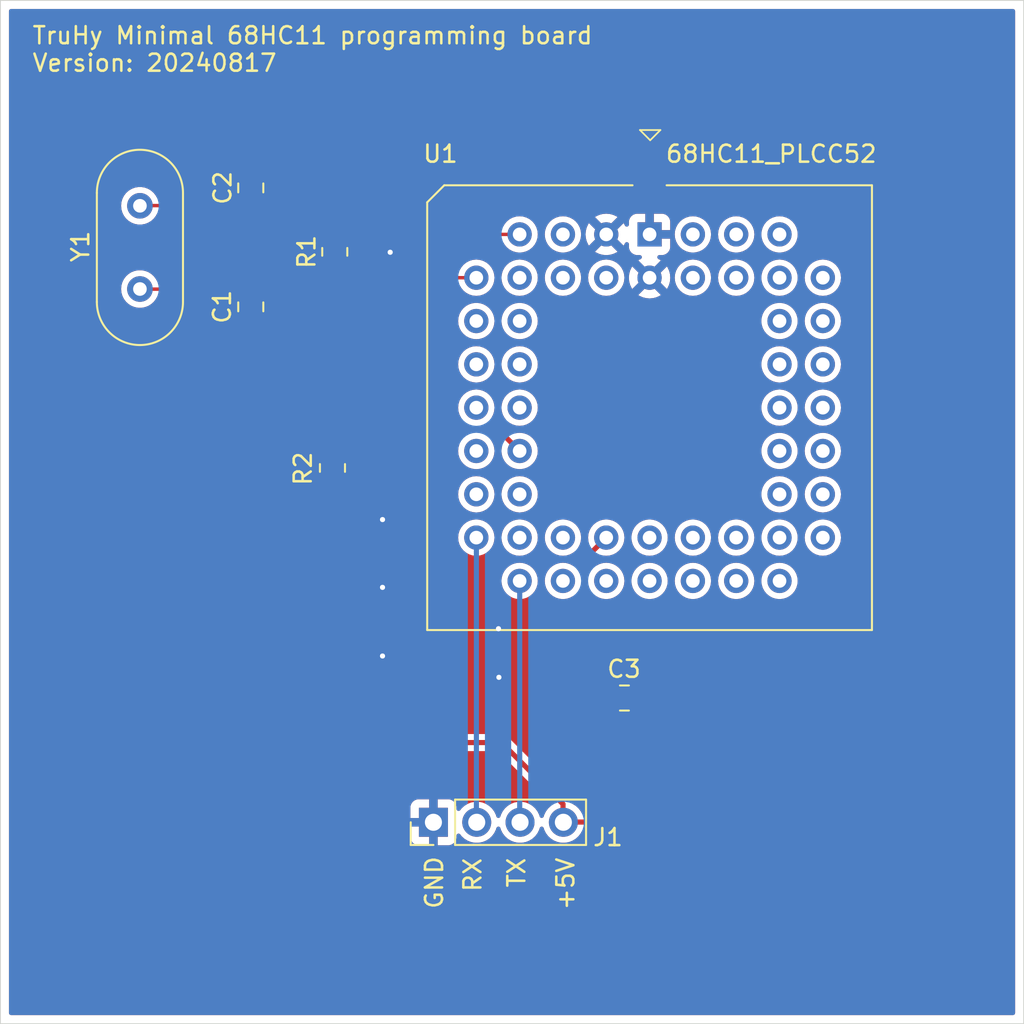
<source format=kicad_pcb>
(kicad_pcb (version 20240108) (generator "pcbnew") (generator_version "8.0")
  (layers (0 "F.Cu" signal) (31 "B.Cu" signal) (34 "B.Paste" user) (35 "F.Paste" user) (36 "B.SilkS" user "B.Silkscreen") (37 "F.SilkS" user "F.Silkscreen") (38 "B.Mask" user) (39 "F.Mask" user) (44 "Edge.Cuts" user))
  (net 0 "")
  (net 1 "Net-(U1-XTAL)")
  (net 2 "GND")
  (net 3 "Net-(U1-EXTAL)")
  (net 4 "+5V")
  (net 5 "Net-(U1-RESET)")
  (net 26 "RX")
  (net 38 "TX")
  (footprint "Package_LCC:PLCC-52_THT-Socket" (layer "F.Cu") (at 38.065 13.72)
    (property "Reference" "U1" (at -12.265 -4.72 0) (layer "F.SilkS"))
    (property "Value" "68HC11_PLCC52" (at 7.135 -4.72 0) (layer "F.SilkS"))
    (fp_line (start -13.04 -1.88) (end -13.04 23.2) (stroke (width 0.12)) (layer "F.SilkS"))
    (fp_line (start -13.04 23.2) (end 13.04 23.2) (stroke (width 0.12)) (layer "F.SilkS"))
    (fp_line (start -12.04 -2.88) (end -13.04 -1.88) (stroke (width 0.12)) (layer "F.SilkS"))
    (fp_line (start -1 -2.88) (end -12.04 -2.88) (stroke (width 0.12)) (layer "F.SilkS"))
    (fp_line (start 13.04 -2.88) (end 1 -2.88) (stroke (width 0.12)) (layer "F.SilkS"))
    (fp_line (start 13.04 23.2) (end 13.04 -2.88) (stroke (width 0.12)) (layer "F.SilkS"))
    (pad "1" thru_hole rect (at 0 0) (size 1.4224 1.4224) (drill 0.8) (layers "*.Cu" "*.Mask") (net 2 "GND"))
    (pad "2" thru_hole circle (at 0 2.54) (size 1.4224 1.4224) (drill 0.8) (layers "*.Cu" "*.Mask") (net 2 "GND"))
    (pad "3" thru_hole circle (at -2.54 0) (size 1.4224 1.4224) (drill 0.8) (layers "*.Cu" "*.Mask") (net 2 "GND"))
    (pad "4" thru_hole circle (at -2.54 2.54) (size 1.4224 1.4224) (drill 0.8) (layers "*.Cu" "*.Mask"))
    (pad "5" thru_hole circle (at -5.08 0) (size 1.4224 1.4224) (drill 0.8) (layers "*.Cu" "*.Mask"))
    (pad "6" thru_hole circle (at -5.08 2.54) (size 1.4224 1.4224) (drill 0.8) (layers "*.Cu" "*.Mask"))
    (pad "7" thru_hole circle (at -7.62 0) (size 1.4224 1.4224) (drill 0.8) (layers "*.Cu" "*.Mask") (net 3 "Net-(U1-EXTAL)"))
    (pad "8" thru_hole circle (at -10.16 2.54) (size 1.4224 1.4224) (drill 0.8) (layers "*.Cu" "*.Mask") (net 1 "Net-(U1-XTAL)"))
    (pad "9" thru_hole circle (at -7.62 2.54) (size 1.4224 1.4224) (drill 0.8) (layers "*.Cu" "*.Mask"))
    (pad "10" thru_hole circle (at -10.16 5.08) (size 1.4224 1.4224) (drill 0.8) (layers "*.Cu" "*.Mask"))
    (pad "11" thru_hole circle (at -7.62 5.08) (size 1.4224 1.4224) (drill 0.8) (layers "*.Cu" "*.Mask"))
    (pad "12" thru_hole circle (at -10.16 7.62) (size 1.4224 1.4224) (drill 0.8) (layers "*.Cu" "*.Mask"))
    (pad "13" thru_hole circle (at -7.62 7.62) (size 1.4224 1.4224) (drill 0.8) (layers "*.Cu" "*.Mask"))
    (pad "14" thru_hole circle (at -10.16 10.16) (size 1.4224 1.4224) (drill 0.8) (layers "*.Cu" "*.Mask"))
    (pad "15" thru_hole circle (at -7.62 10.16) (size 1.4224 1.4224) (drill 0.8) (layers "*.Cu" "*.Mask"))
    (pad "16" thru_hole circle (at -10.16 12.7) (size 1.4224 1.4224) (drill 0.8) (layers "*.Cu" "*.Mask"))
    (pad "17" thru_hole circle (at -7.62 12.7) (size 1.4224 1.4224) (drill 0.8) (layers "*.Cu" "*.Mask") (net 5 "Net-(U1-RESET)"))
    (pad "18" thru_hole circle (at -10.16 15.24) (size 1.4224 1.4224) (drill 0.8) (layers "*.Cu" "*.Mask"))
    (pad "19" thru_hole circle (at -7.62 15.24) (size 1.4224 1.4224) (drill 0.8) (layers "*.Cu" "*.Mask"))
    (pad "20" thru_hole circle (at -10.16 17.78) (size 1.4224 1.4224) (drill 0.8) (layers "*.Cu" "*.Mask") (net 26 "RX"))
    (pad "21" thru_hole circle (at -7.62 20.32) (size 1.4224 1.4224) (drill 0.8) (layers "*.Cu" "*.Mask") (net 38 "TX"))
    (pad "22" thru_hole circle (at -7.62 17.78) (size 1.4224 1.4224) (drill 0.8) (layers "*.Cu" "*.Mask"))
    (pad "23" thru_hole circle (at -5.08 20.32) (size 1.4224 1.4224) (drill 0.8) (layers "*.Cu" "*.Mask"))
    (pad "24" thru_hole circle (at -5.08 17.78) (size 1.4224 1.4224) (drill 0.8) (layers "*.Cu" "*.Mask"))
    (pad "25" thru_hole circle (at -2.54 20.32) (size 1.4224 1.4224) (drill 0.8) (layers "*.Cu" "*.Mask"))
    (pad "26" thru_hole circle (at -2.54 17.78) (size 1.4224 1.4224) (drill 0.8) (layers "*.Cu" "*.Mask") (net 4 "+5V"))
    (pad "27" thru_hole circle (at 0 20.32) (size 1.4224 1.4224) (drill 0.8) (layers "*.Cu" "*.Mask"))
    (pad "28" thru_hole circle (at 0 17.78) (size 1.4224 1.4224) (drill 0.8) (layers "*.Cu" "*.Mask"))
    (pad "29" thru_hole circle (at 2.54 20.32) (size 1.4224 1.4224) (drill 0.8) (layers "*.Cu" "*.Mask"))
    (pad "30" thru_hole circle (at 2.54 17.78) (size 1.4224 1.4224) (drill 0.8) (layers "*.Cu" "*.Mask"))
    (pad "31" thru_hole circle (at 5.08 20.32) (size 1.4224 1.4224) (drill 0.8) (layers "*.Cu" "*.Mask"))
    (pad "32" thru_hole circle (at 5.08 17.78) (size 1.4224 1.4224) (drill 0.8) (layers "*.Cu" "*.Mask"))
    (pad "33" thru_hole circle (at 7.62 20.32) (size 1.4224 1.4224) (drill 0.8) (layers "*.Cu" "*.Mask"))
    (pad "34" thru_hole circle (at 10.16 17.78) (size 1.4224 1.4224) (drill 0.8) (layers "*.Cu" "*.Mask"))
    (pad "35" thru_hole circle (at 7.62 17.78) (size 1.4224 1.4224) (drill 0.8) (layers "*.Cu" "*.Mask"))
    (pad "36" thru_hole circle (at 10.16 15.24) (size 1.4224 1.4224) (drill 0.8) (layers "*.Cu" "*.Mask"))
    (pad "37" thru_hole circle (at 7.62 15.24) (size 1.4224 1.4224) (drill 0.8) (layers "*.Cu" "*.Mask"))
    (pad "38" thru_hole circle (at 10.16 12.7) (size 1.4224 1.4224) (drill 0.8) (layers "*.Cu" "*.Mask"))
    (pad "39" thru_hole circle (at 7.62 12.7) (size 1.4224 1.4224) (drill 0.8) (layers "*.Cu" "*.Mask"))
    (pad "40" thru_hole circle (at 10.16 10.16) (size 1.4224 1.4224) (drill 0.8) (layers "*.Cu" "*.Mask"))
    (pad "41" thru_hole circle (at 7.62 10.16) (size 1.4224 1.4224) (drill 0.8) (layers "*.Cu" "*.Mask"))
    (pad "42" thru_hole circle (at 10.16 7.62) (size 1.4224 1.4224) (drill 0.8) (layers "*.Cu" "*.Mask"))
    (pad "43" thru_hole circle (at 7.62 7.62) (size 1.4224 1.4224) (drill 0.8) (layers "*.Cu" "*.Mask"))
    (pad "44" thru_hole circle (at 10.16 5.08) (size 1.4224 1.4224) (drill 0.8) (layers "*.Cu" "*.Mask"))
    (pad "45" thru_hole circle (at 7.62 5.08) (size 1.4224 1.4224) (drill 0.8) (layers "*.Cu" "*.Mask"))
    (pad "46" thru_hole circle (at 10.16 2.54) (size 1.4224 1.4224) (drill 0.8) (layers "*.Cu" "*.Mask"))
    (pad "47" thru_hole circle (at 7.62 0) (size 1.4224 1.4224) (drill 0.8) (layers "*.Cu" "*.Mask"))
    (pad "48" thru_hole circle (at 7.62 2.54) (size 1.4224 1.4224) (drill 0.8) (layers "*.Cu" "*.Mask"))
    (pad "49" thru_hole circle (at 5.08 0) (size 1.4224 1.4224) (drill 0.8) (layers "*.Cu" "*.Mask"))
    (pad "50" thru_hole circle (at 5.08 2.54) (size 1.4224 1.4224) (drill 0.8) (layers "*.Cu" "*.Mask"))
    (pad "51" thru_hole circle (at 2.54 0) (size 1.4224 1.4224) (drill 0.8) (layers "*.Cu" "*.Mask"))
    (pad "52" thru_hole circle (at 2.54 2.54) (size 1.4224 1.4224) (drill 0.8) (layers "*.Cu" "*.Mask"))
  )
  (footprint "Capacitor_SMD:C_0805_2012Metric_Pad1.18x1.45mm_HandSolder" (layer "F.Cu") (at 36.59 40.905 180)
    (property "Reference" "C3" (at 0.025 1.7 0) (layer "F.SilkS"))
    (property "Value" "100nF")
    (fp_line (start -0.261252 0.735) (end 0.261252 0.735) (stroke (width 0.12)) (layer "F.SilkS"))
    (fp_line (start -0.261252 -0.735) (end 0.261252 -0.735) (stroke (width 0.12)) (layer "F.SilkS"))
    (pad "1" smd roundrect (at -1.0375 0 180) (size 1.175 1.45) (layers "F.Cu" "F.Paste" "F.Mask") (roundrect_rratio 0.212766) (net 2 "GND"))
    (pad "2" smd roundrect (at 1.0375 0 180) (size 1.175 1.45) (layers "F.Cu" "F.Paste" "F.Mask") (roundrect_rratio 0.212766) (net 4 "+5V"))
  )
  (footprint "Capacitor_SMD:C_0805_2012Metric_Pad1.18x1.45mm_HandSolder" (layer "F.Cu") (at 14.68 17.9675 90)
    (property "Reference" "C1" (at 0 -1.68 90) (layer "F.SilkS"))
    (property "Value" "22pF")
    (fp_line (start -0.261252 -0.735) (end 0.261252 -0.735) (stroke (width 0.12)) (layer "F.SilkS"))
    (fp_line (start -0.261252 0.735) (end 0.261252 0.735) (stroke (width 0.12)) (layer "F.SilkS"))
    (pad "1" smd roundrect (at -1.0375 0 90) (size 1.175 1.45) (layers "F.Cu" "F.Paste" "F.Mask") (roundrect_rratio 0.212766) (net 2 "GND"))
    (pad "2" smd roundrect (at 1.0375 0 90) (size 1.175 1.45) (layers "F.Cu" "F.Paste" "F.Mask") (roundrect_rratio 0.212766) (net 1 "Net-(U1-XTAL)"))
  )
  (footprint "Crystal:Crystal_HC49-4H_Vertical" (layer "F.Cu") (at 8.18 12.0425 -90)
    (property "Reference" "Y1" (at 2.385 3.4875 90) (layer "F.SilkS"))
    (property "Value" "8MHz")
    (fp_line (start -0.76 2.525) (end 5.64 2.525) (stroke (width 0.12)) (layer "F.SilkS"))
    (fp_line (start -0.76 -2.525) (end 5.64 -2.525) (stroke (width 0.12)) (layer "F.SilkS"))
    (fp_arc (start -0.76 2.525) (mid -3.285 0) (end -0.76 -2.525) (stroke (width 0.12)) (layer "F.SilkS"))
    (fp_arc (start 5.64 -2.525) (mid 8.165 0) (end 5.64 2.525) (stroke (width 0.12)) (layer "F.SilkS"))
    (pad "1" thru_hole circle (at 0 0 270) (size 1.5 1.5) (drill 0.8) (layers "*.Cu" "*.Mask") (net 3 "Net-(U1-EXTAL)"))
    (pad "2" thru_hole circle (at 4.88 0 270) (size 1.5 1.5) (drill 0.8) (layers "*.Cu" "*.Mask") (net 1 "Net-(U1-XTAL)"))
  )
  (footprint "Connector_PinHeader_2.54mm:PinHeader_1x04_P2.54mm_Vertical" (layer "F.Cu") (at 25.39 48.1925 90)
    (property "Reference" "J1" (at -0.8825 10.235 0) (layer "F.SilkS"))
    (property "Value" "Serial adapter")
    (fp_line (start -1.33 -1.33) (end 0 -1.33) (stroke (width 0.12)) (layer "F.SilkS"))
    (fp_line (start -1.33 0) (end -1.33 -1.33) (stroke (width 0.12)) (layer "F.SilkS"))
    (fp_line (start 1.33 1.27) (end 1.33 8.95) (stroke (width 0.12)) (layer "F.SilkS"))
    (fp_line (start -1.33 1.27) (end 1.33 1.27) (stroke (width 0.12)) (layer "F.SilkS"))
    (fp_line (start -1.33 1.27) (end -1.33 8.95) (stroke (width 0.12)) (layer "F.SilkS"))
    (fp_line (start -1.33 8.95) (end 1.33 8.95) (stroke (width 0.12)) (layer "F.SilkS"))
    (pad "1" thru_hole rect (at 0 0 90) (size 1.7 1.7) (drill 1) (layers "*.Cu" "*.Mask") (net 2 "GND"))
    (pad "2" thru_hole oval (at 0 2.54 90) (size 1.7 1.7) (drill 1) (layers "*.Cu" "*.Mask") (net 26 "RX"))
    (pad "3" thru_hole oval (at 0 5.08 90) (size 1.7 1.7) (drill 1) (layers "*.Cu" "*.Mask") (net 38 "TX"))
    (pad "4" thru_hole oval (at 0 7.62 90) (size 1.7 1.7) (drill 1) (layers "*.Cu" "*.Mask") (net 4 "+5V"))
  )
  (footprint "Resistor_SMD:R_0805_2012Metric_Pad1.20x1.40mm_HandSolder" (layer "F.Cu") (at 19.47 27.415 -90)
    (property "Reference" "R2" (at 0.04 1.73 90) (layer "F.SilkS"))
    (property "Value" "4.7K")
    (fp_line (start -0.227064 0.735) (end 0.227064 0.735) (stroke (width 0.12)) (layer "F.SilkS"))
    (fp_line (start -0.227064 -0.735) (end 0.227064 -0.735) (stroke (width 0.12)) (layer "F.SilkS"))
    (pad "1" smd roundrect (at -1 0 270) (size 1.2 1.4) (layers "F.Cu" "F.Paste" "F.Mask") (roundrect_rratio 0.208333) (net 5 "Net-(U1-RESET)"))
    (pad "2" smd roundrect (at 1 0 270) (size 1.2 1.4) (layers "F.Cu" "F.Paste" "F.Mask") (roundrect_rratio 0.208333) (net 4 "+5V"))
  )
  (footprint "Capacitor_SMD:C_0805_2012Metric_Pad1.18x1.45mm_HandSolder" (layer "F.Cu") (at 14.68 10.9925 -90)
    (property "Reference" "C2" (at 0 1.65 90) (layer "F.SilkS"))
    (property "Value" "22pF")
    (fp_line (start -0.261252 0.735) (end 0.261252 0.735) (stroke (width 0.12)) (layer "F.SilkS"))
    (fp_line (start -0.261252 -0.735) (end 0.261252 -0.735) (stroke (width 0.12)) (layer "F.SilkS"))
    (pad "1" smd roundrect (at -1.0375 0 270) (size 1.175 1.45) (layers "F.Cu" "F.Paste" "F.Mask") (roundrect_rratio 0.212766) (net 2 "GND"))
    (pad "2" smd roundrect (at 1.0375 0 270) (size 1.175 1.45) (layers "F.Cu" "F.Paste" "F.Mask") (roundrect_rratio 0.212766) (net 3 "Net-(U1-EXTAL)"))
  )
  (footprint "Resistor_SMD:R_0805_2012Metric_Pad1.20x1.40mm_HandSolder" (layer "F.Cu") (at 19.605 14.7425 90)
    (property "Reference" "R1" (at 0 -1.65 90) (layer "F.SilkS"))
    (property "Value" "10M")
    (fp_line (start -0.227064 -0.735) (end 0.227064 -0.735) (stroke (width 0.12)) (layer "F.SilkS"))
    (fp_line (start -0.227064 0.735) (end 0.227064 0.735) (stroke (width 0.12)) (layer "F.SilkS"))
    (pad "1" smd roundrect (at -1 0 90) (size 1.2 1.4) (layers "F.Cu" "F.Paste" "F.Mask") (roundrect_rratio 0.208333) (net 1 "Net-(U1-XTAL)"))
    (pad "2" smd roundrect (at 1 0 90) (size 1.2 1.4) (layers "F.Cu" "F.Paste" "F.Mask") (roundrect_rratio 0.208333) (net 3 "Net-(U1-EXTAL)"))
  )
  (gr_line (start 38.1 8.2) (end 37.5 7.6) (stroke (width 0.1)) (layer "F.SilkS"))
  (gr_line (start 37.5 7.6) (end 38.7 7.6) (stroke (width 0.1)) (layer "F.SilkS"))
  (gr_line (start 38.1 8.2) (end 38.7 7.6) (stroke (width 0.1)) (layer "F.SilkS"))
  (gr_rect (start 0 0) (end 60 60) (stroke (width 0.05)) (fill none) (layer "Edge.Cuts"))
  (gr_text "+5V" (at 33.725 53.425 90) (layer "F.SilkS") (effects (font (size 1 1)) (justify left bottom)))
  (gr_text "GND" (at 26.025 53.35 90) (layer "F.SilkS") (effects (font (size 1 1)) (justify left bottom)))
  (gr_text "TX" (at 30.85 52.1 90) (layer "F.SilkS") (effects (font (size 1 1)) (justify left bottom)))
  (gr_text "RX" (at 28.275 52.35 90) (layer "F.SilkS") (effects (font (size 1 1)) (justify left bottom)))
  (gr_text "TruHy Minimal 68HC11 programming board\nVersion: 20240817" (at 1.8 4.25 0) (layer "F.SilkS") (effects (font (size 1 1)) (justify left bottom)))
  (segment (start 19.605 15.7425) (end 15.8675 15.7425) (width 0.2) (layer "F.Cu") (net 1))
  (segment (start 25.08 15.7425) (end 19.605 15.7425) (width 0.2) (layer "F.Cu") (net 1))
  (segment (start 27.905 16.26) (end 25.5975 16.26) (width 0.2) (layer "F.Cu") (net 1))
  (segment (start 15.8675 15.7425) (end 14.68 16.93) (width 0.2) (layer "F.Cu") (net 1))
  (segment (start 25.5975 16.26) (end 25.08 15.7425) (width 0.2) (layer "F.Cu") (net 1))
  (segment (start 8.1875 16.93) (end 8.18 16.9225) (width 0.2) (layer "F.Cu") (net 1))
  (segment (start 14.68 16.93) (end 8.1875 16.93) (width 0.2) (layer "F.Cu") (net 1))
  (via (at 22.405 30.4425) (size 1.6) (drill 0.3) (layers "F.Cu" "B.Cu") (net 2))
  (via (at 29.23 39.6925) (size 1) (drill 0.3) (layers "F.Cu" "B.Cu") (net 2))
  (via (at 22.405 38.4425) (size 1.6) (drill 0.3) (layers "F.Cu" "B.Cu") (net 2))
  (via (at 29.205 36.8425) (size 1) (drill 0.3) (layers "F.Cu" "B.Cu") (net 2))
  (via (at 22.855 14.7675) (size 1) (drill 0.3) (layers "F.Cu" "B.Cu") (net 2))
  (via (at 22.405 34.4175) (size 1.6) (drill 0.3) (layers "F.Cu" "B.Cu") (net 2))
  (segment (start 19.605 13.7425) (end 16.3925 13.7425) (width 0.2) (layer "F.Cu") (net 3))
  (segment (start 19.6275 13.72) (end 19.605 13.7425) (width 0.2) (layer "F.Cu") (net 3))
  (segment (start 16.3925 13.7425) (end 14.68 12.03) (width 0.2) (layer "F.Cu") (net 3))
  (segment (start 8.1925 12.03) (end 8.18 12.0425) (width 0.2) (layer "F.Cu") (net 3))
  (segment (start 14.68 12.03) (end 8.1925 12.03) (width 0.2) (layer "F.Cu") (net 3))
  (segment (start 30.445 13.72) (end 19.6275 13.72) (width 0.2) (layer "F.Cu") (net 3))
  (segment (start 32.99 47.1275) (end 32.99 48.18) (width 0.3) (layer "F.Cu") (net 4))
  (segment (start 19.47 28.415) (end 19.47 39.7575) (width 0.3) (layer "F.Cu") (net 4))
  (segment (start 35.5525 47.2925) (end 35.5525 40.905) (width 0.3) (layer "F.Cu") (net 4))
  (segment (start 35.5525 40.905) (end 34.24 39.5925) (width 0.3) (layer "F.Cu") (net 4))
  (segment (start 34.24 32.785) (end 35.525 31.5) (width 0.3) (layer "F.Cu") (net 4))
  (segment (start 29.38 43.5175) (end 32.99 47.1275) (width 0.3) (layer "F.Cu") (net 4))
  (segment (start 19.47 39.7575) (end 23.23 43.5175) (width 0.3) (layer "F.Cu") (net 4))
  (segment (start 23.23 43.5175) (end 29.38 43.5175) (width 0.3) (layer "F.Cu") (net 4))
  (segment (start 32.99 48.18) (end 34.665 48.18) (width 0.3) (layer "F.Cu") (net 4))
  (segment (start 34.24 39.5925) (end 34.24 32.785) (width 0.3) (layer "F.Cu") (net 4))
  (segment (start 34.665 48.18) (end 35.5525 47.2925) (width 0.3) (layer "F.Cu") (net 4))
  (segment (start 26.79 25.13) (end 29.155 25.13) (width 0.3) (layer "F.Cu") (net 5))
  (segment (start 19.47 26.415) (end 25.505 26.415) (width 0.3) (layer "F.Cu") (net 5))
  (segment (start 25.505 26.415) (end 26.79 25.13) (width 0.3) (layer "F.Cu") (net 5))
  (segment (start 29.155 25.13) (end 30.445 26.42) (width 0.3) (layer "F.Cu") (net 5))
  (segment (start 27.91 31.505) (end 27.905 31.5) (width 0.3) (layer "B.Cu") (net 26))
  (segment (start 27.91 48.18) (end 27.91 31.505) (width 0.3) (layer "B.Cu") (net 26))
  (segment (start 30.45 48.18) (end 30.45 34.045) (width 0.3) (layer "B.Cu") (net 38))
  (segment (start 30.45 34.045) (end 30.445 34.04) (width 0.3) (layer "B.Cu") (net 38))
  (zone (net 2) (net_name "GND") (layer "F.Cu") (connect_pads (clearance 0.35)) (min_thickness 0.25) (fill yes (thermal_gap 0.5) (thermal_bridge_width 0.5))
    (polygon (pts (xy 0 0) (xy 60 0) (xy 60 60) (xy 0 60)))
  )
  (zone (net 2) (net_name "GND") (layer "B.Cu") (connect_pads (clearance 0.35)) (min_thickness 0.25) (fill yes (thermal_gap 0.5) (thermal_bridge_width 0.5))
    (polygon (pts (xy 0 0) (xy 60 0) (xy 60 60) (xy 0 60)))
  )
)
</source>
